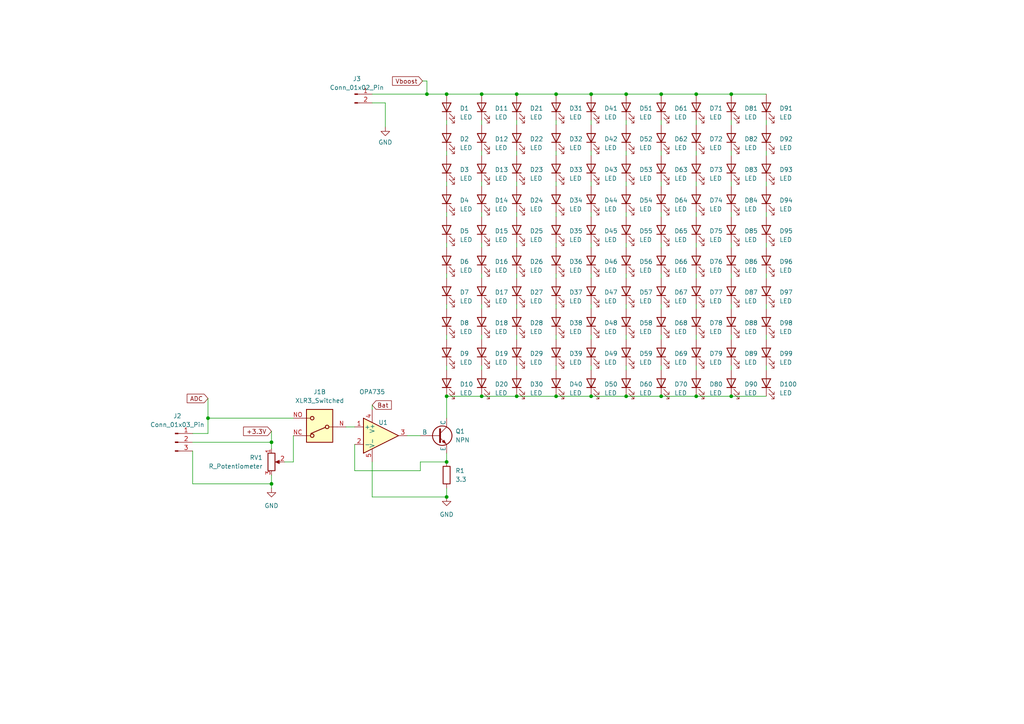
<source format=kicad_sch>
(kicad_sch (version 20230121) (generator eeschema)
  (paper "A4")
  (lib_symbols
    (symbol "Connector:Conn_01x02_Pin" (pin_names (offset 1.016) hide)
      (property "Reference" "J" (at 0 2.54 0))
      (property "Value" "Conn_01x02_Pin" (at 0 -5.08 0))
      (symbol "Conn_01x02_Pin_1_1"
        (polyline (pts (xy 1.27 -2.54) (xy 0.8636 -2.54)) (stroke (width 0.1524)))
        (polyline (pts (xy 1.27 0) (xy 0.8636 0)) (stroke (width 0.1524)))
        (rectangle (start 0.8636 -2.413) (end 0 -2.667) (stroke (width 0.1524)) (fill (type outline)))
        (rectangle (start 0.8636 0.127) (end 0 -0.127) (stroke (width 0.1524)) (fill (type outline)))
        (pin passive line (at 5.08 0 180) (length 3.81) (name "Pin_1") (number "1"))
        (pin passive line (at 5.08 -2.54 180) (length 3.81) (name "Pin_2") (number "2"))
      )
    )
    (symbol "Connector:Conn_01x03_Pin" (pin_names (offset 1.016) hide)
      (property "Reference" "J" (at 0 5.08 0))
      (property "Value" "Conn_01x03_Pin" (at 0 -5.08 0))
      (symbol "Conn_01x03_Pin_1_1"
        (polyline (pts (xy 1.27 -2.54) (xy 0.8636 -2.54)) (stroke (width 0.1524)))
        (polyline (pts (xy 1.27 0) (xy 0.8636 0)) (stroke (width 0.1524)))
        (polyline (pts (xy 1.27 2.54) (xy 0.8636 2.54)) (stroke (width 0.1524)))
        (rectangle (start 0.8636 -2.413) (end 0 -2.667) (stroke (width 0.1524)) (fill (type outline)))
        (rectangle (start 0.8636 0.127) (end 0 -0.127) (stroke (width 0.1524)) (fill (type outline)))
        (rectangle (start 0.8636 2.667) (end 0 2.413) (stroke (width 0.1524)) (fill (type outline)))
        (pin passive line (at 5.08 2.54 180) (length 3.81) (name "Pin_1") (number "1"))
        (pin passive line (at 5.08 0 180) (length 3.81) (name "Pin_2") (number "2"))
        (pin passive line (at 5.08 -2.54 180) (length 3.81) (name "Pin_3") (number "3"))
      )
    )
    (symbol "Connector_Audio:XLR3_Switched" (pin_names hide)
      (property "Reference" "J" (at 0 8.89 0))
      (property "Value" "XLR3_Switched" (at 0 6.35 0))
      (symbol "XLR3_Switched_1_1"
        (circle (center -3.556 0) (radius 1.016))
        (circle (center 0 -3.556) (radius 1.016))
        (polyline (pts (xy -5.08 0) (xy -4.572 0)))
        (polyline (pts (xy 0 -5.08) (xy 0 -4.572)))
        (polyline (pts (xy 5.08 0) (xy 4.572 0)))
        (circle (center 0 0) (radius 5.08) (fill (type background)))
        (circle (center 3.556 0) (radius 1.016))
        (text "1" (at -3.556 1.778 0) (effects (font (size 1.016 1.016) bold)))
        (text "2" (at 3.556 1.778 0) (effects (font (size 1.016 1.016) bold)))
        (text "3" (at 0 -1.778 0) (effects (font (size 1.016 1.016) bold)))
        (pin passive line (at -7.62 0 0) (length 2.54) (name "~") (number "1"))
        (pin passive line (at 7.62 0 180) (length 2.54) (name "~") (number "2"))
        (pin passive line (at 0 -7.62 90) (length 2.54) (name "~") (number "3"))
      )
      (symbol "XLR3_Switched_2_1"
        (rectangle (start -3.81 4.445) (end 3.81 -5.08) (stroke (width 0.254)) (fill (type background)))
        (circle (center -2.159 0) (radius 0.508) (stroke (width 0.254)))
        (polyline (pts (xy -5.08 0) (xy -2.794 0)))
        (polyline (pts (xy -1.651 0.127) (xy 2.54 1.905)) (stroke (width 0.254)))
        (polyline (pts (xy 5.08 -2.54) (xy 2.794 -2.54)))
        (polyline (pts (xy 5.08 2.54) (xy 2.794 2.54)))
        (circle (center 2.159 -2.54) (radius 0.508) (stroke (width 0.254)))
        (circle (center 2.159 2.54) (radius 0.508) (stroke (width 0.254)))
        (pin passive line (at -7.62 0 0) (length 2.54) (name "~") (number "N"))
        (pin passive line (at 7.62 2.54 180) (length 2.54) (name "~") (number "NC"))
        (pin passive line (at 7.62 -2.54 180) (length 2.54) (name "~") (number "NO"))
      )
    )
    (symbol "Device:LED" (pin_numbers hide) (pin_names (offset 1.016) hide)
      (property "Reference" "D" (at 0 2.54 0))
      (property "Value" "LED" (at 0 -2.54 0))
      (symbol "LED_0_1"
        (polyline (pts (xy -1.27 -1.27) (xy -1.27 1.27)) (stroke (width 0.254)))
        (polyline (pts (xy -1.27 0) (xy 1.27 0)))
        (polyline (pts (xy 1.27 -1.27) (xy 1.27 1.27) (xy -1.27 0) (xy 1.27 -1.27)) (stroke (width 0.254)))
        (polyline (pts (xy -3.048 -0.762) (xy -4.572 -2.286) (xy -3.81 -2.286) (xy -4.572 -2.286) (xy -4.572 -1.524)))
        (polyline (pts (xy -1.778 -0.762) (xy -3.302 -2.286) (xy -2.54 -2.286) (xy -3.302 -2.286) (xy -3.302 -1.524)))
      )
      (symbol "LED_1_1"
        (pin passive line (at -3.81 0 0) (length 2.54) (name "K") (number "1"))
        (pin passive line (at 3.81 0 180) (length 2.54) (name "A") (number "2"))
      )
    )
    (symbol "Device:R" (pin_numbers hide) (pin_names (offset 0))
      (property "Reference" "R" (at 2.032 0 90))
      (property "Value" "R" (at 0 0 90))
      (symbol "R_0_1"
        (rectangle (start -1.016 -2.54) (end 1.016 2.54) (stroke (width 0.254)))
      )
      (symbol "R_1_1"
        (pin passive line (at 0 3.81 270) (length 1.27) (name "~") (number "1"))
        (pin passive line (at 0 -3.81 90) (length 1.27) (name "~") (number "2"))
      )
    )
    (symbol "Device:R_Potentiometer" (pin_names (offset 1.016) hide)
      (property "Reference" "RV" (at -4.445 0 90))
      (property "Value" "R_Potentiometer" (at -2.54 0 90))
      (symbol "R_Potentiometer_0_1"
        (polyline (pts (xy 2.54 0) (xy 1.524 0)))
        (polyline (pts (xy 1.143 0) (xy 2.286 0.508) (xy 2.286 -0.508) (xy 1.143 0)) (fill (type outline)))
        (rectangle (start 1.016 2.54) (end -1.016 -2.54) (stroke (width 0.254)))
      )
      (symbol "R_Potentiometer_1_1"
        (pin passive line (at 0 3.81 270) (length 1.27) (name "1") (number "1"))
        (pin passive line (at 3.81 0 180) (length 1.27) (name "2") (number "2"))
        (pin passive line (at 0 -3.81 90) (length 1.27) (name "3") (number "3"))
      )
    )
    (symbol "Simulation_SPICE:NPN" (pin_numbers hide) (pin_names (offset 0))
      (property "Reference" "Q" (at -2.54 7.62 0))
      (property "Value" "NPN" (at -2.54 5.08 0))
      (symbol "NPN_0_1"
        (polyline (pts (xy -2.54 0) (xy 0.635 0)) (stroke (width 0.1524)))
        (polyline (pts (xy 0.635 0.635) (xy 2.54 2.54)))
        (polyline (pts (xy 2.794 -1.27) (xy 2.794 -1.27)) (stroke (width 0.1524)))
        (polyline (pts (xy 2.794 -1.27) (xy 2.794 -1.27)) (stroke (width 0.1524)))
        (polyline (pts (xy 0.635 -0.635) (xy 2.54 -2.54) (xy 2.54 -2.54)))
        (polyline (pts (xy 0.635 1.905) (xy 0.635 -1.905) (xy 0.635 -1.905)) (stroke (width 0.508)))
        (polyline (pts (xy 1.27 -1.778) (xy 1.778 -1.27) (xy 2.286 -2.286) (xy 1.27 -1.778) (xy 1.27 -1.778)) (fill (type outline)))
        (circle (center 1.27 0) (radius 2.8194) (stroke (width 0.254)))
      )
      (symbol "NPN_1_1"
        (pin open_collector line (at 2.54 5.08 270) (length 2.54) (name "C") (number "1"))
        (pin input line (at -5.08 0 0) (length 2.54) (name "B") (number "2"))
        (pin open_emitter line (at 2.54 -5.08 90) (length 2.54) (name "E") (number "3"))
      )
    )
    (symbol "Simulation_SPICE:OPAMP" (pin_names (offset 0.254))
      (property "Reference" "U" (at 3.81 3.175 0))
      (property "Value" "${SIM.PARAMS}" (at 3.81 -3.175 0))
      (symbol "OPAMP_0_1"
        (polyline (pts (xy 5.08 0) (xy -5.08 5.08) (xy -5.08 -5.08) (xy 5.08 0)) (stroke (width 0.254)) (fill (type background)))
      )
      (symbol "OPAMP_1_1"
        (pin input line (at -7.62 2.54 0) (length 2.54) (name "+") (number "1"))
        (pin input line (at -7.62 -2.54 0) (length 2.54) (name "-") (number "2"))
        (pin output line (at 7.62 0 180) (length 2.54) (name "~") (number "3"))
        (pin power_in line (at -2.54 7.62 270) (length 3.81) (name "V+") (number "4"))
        (pin power_in line (at -2.54 -7.62 90) (length 3.81) (name "V-") (number "5"))
      )
    )
    (symbol "power:GND" (power) (pin_names (offset 0))
      (property "Value" "GND" (at 0 -3.81 0))
      (symbol "GND_0_1"
        (polyline (pts (xy 0 0) (xy 0 -1.27) (xy 1.27 -1.27) (xy 0 -2.54) (xy -1.27 -1.27) (xy 0 -1.27)))
      )
      (symbol "GND_1_1"
        (pin power_in line (at 0 0 270) (length 0) hide (name "GND") (number "1"))
      )
    )
  )
  (junction (at 181.61 27.305))
  (junction (at 149.86 27.305))
  (junction (at 201.93 27.305))
  (junction (at 161.29 114.935))
  (junction (at 129.54 133.985))
  (junction (at 123.825 27.305))
  (junction (at 78.74 128.27))
  (junction (at 171.45 114.935))
  (junction (at 139.7 114.935))
  (junction (at 129.54 144.145))
  (junction (at 78.74 140.335))
  (junction (at 129.54 27.305))
  (junction (at 129.54 114.935))
  (junction (at 139.7 27.305))
  (junction (at 149.86 114.935))
  (junction (at 191.77 114.935))
  (junction (at 181.61 114.935))
  (junction (at 201.93 114.935))
  (junction (at 171.45 27.305))
  (junction (at 60.325 121.285))
  (junction (at 212.09 27.305))
  (junction (at 191.77 27.305))
  (junction (at 161.29 27.305))
  (junction (at 212.09 114.935))
  (wire (pts (xy 129.54 43.815) (xy 129.54 45.085)))
  (wire (pts (xy 171.45 97.155) (xy 171.45 98.425)))
  (wire (pts (xy 149.86 106.045) (xy 149.86 107.315)))
  (wire (pts (xy 139.7 52.705) (xy 139.7 53.975)))
  (wire (pts (xy 212.09 43.815) (xy 212.09 45.085)))
  (wire (pts (xy 181.61 97.155) (xy 181.61 98.425)))
  (wire (pts (xy 201.93 97.155) (xy 201.93 98.425)))
  (wire (pts (xy 212.09 61.595) (xy 212.09 62.865)))
  (wire (pts (xy 222.25 97.155) (xy 222.25 98.425)))
  (wire (pts (xy 212.09 114.935) (xy 201.93 114.935)))
  (wire (pts (xy 139.7 88.265) (xy 139.7 89.535)))
  (wire (pts (xy 161.29 70.485) (xy 161.29 71.755)))
  (wire (pts (xy 149.86 43.815) (xy 149.86 45.085)))
  (wire (pts (xy 171.45 61.595) (xy 171.45 62.865)))
  (wire (pts (xy 85.09 126.365) (xy 85.09 133.985)))
  (wire (pts (xy 201.93 61.595) (xy 201.93 62.865)))
  (wire (pts (xy 161.29 88.265) (xy 161.29 89.535)))
  (wire (pts (xy 161.29 43.815) (xy 161.29 45.085)))
  (wire (pts (xy 55.88 128.27) (xy 78.74 128.27)))
  (wire (pts (xy 55.88 140.335) (xy 78.74 140.335)))
  (wire (pts (xy 181.61 61.595) (xy 181.61 62.865)))
  (wire (pts (xy 201.93 27.305) (xy 212.09 27.305)))
  (wire (pts (xy 201.93 43.815) (xy 201.93 45.085)))
  (wire (pts (xy 149.86 97.155) (xy 149.86 98.425)))
  (wire (pts (xy 171.45 52.705) (xy 171.45 53.975)))
  (wire (pts (xy 222.25 79.375) (xy 222.25 80.645)))
  (wire (pts (xy 139.7 114.935) (xy 129.54 114.935)))
  (wire (pts (xy 161.29 114.935) (xy 149.86 114.935)))
  (wire (pts (xy 107.95 117.475) (xy 107.95 118.745)))
  (wire (pts (xy 123.825 27.305) (xy 129.54 27.305)))
  (wire (pts (xy 121.92 136.525) (xy 121.92 133.985)))
  (wire (pts (xy 129.54 141.605) (xy 129.54 144.145)))
  (wire (pts (xy 139.7 79.375) (xy 139.7 80.645)))
  (wire (pts (xy 191.77 27.305) (xy 201.93 27.305)))
  (wire (pts (xy 181.61 34.925) (xy 181.61 36.195)))
  (wire (pts (xy 222.25 70.485) (xy 222.25 71.755)))
  (wire (pts (xy 111.76 36.83) (xy 111.76 29.845)))
  (wire (pts (xy 107.95 133.985) (xy 107.95 144.145)))
  (wire (pts (xy 129.54 79.375) (xy 129.54 80.645)))
  (wire (pts (xy 161.29 61.595) (xy 161.29 62.865)))
  (wire (pts (xy 161.29 52.705) (xy 161.29 53.975)))
  (wire (pts (xy 149.86 52.705) (xy 149.86 53.975)))
  (wire (pts (xy 78.74 125.095) (xy 78.74 128.27)))
  (wire (pts (xy 139.7 97.155) (xy 139.7 98.425)))
  (wire (pts (xy 111.76 29.845) (xy 107.95 29.845)))
  (wire (pts (xy 201.93 114.935) (xy 191.77 114.935)))
  (wire (pts (xy 149.86 27.305) (xy 161.29 27.305)))
  (wire (pts (xy 161.29 106.045) (xy 161.29 107.315)))
  (wire (pts (xy 78.74 137.795) (xy 78.74 140.335)))
  (wire (pts (xy 191.77 43.815) (xy 191.77 45.085)))
  (wire (pts (xy 171.45 79.375) (xy 171.45 80.645)))
  (wire (pts (xy 129.54 52.705) (xy 129.54 53.975)))
  (wire (pts (xy 212.09 34.925) (xy 212.09 36.195)))
  (wire (pts (xy 129.54 34.925) (xy 129.54 36.195)))
  (wire (pts (xy 149.86 79.375) (xy 149.86 80.645)))
  (wire (pts (xy 181.61 114.935) (xy 171.45 114.935)))
  (wire (pts (xy 201.93 79.375) (xy 201.93 80.645)))
  (wire (pts (xy 181.61 79.375) (xy 181.61 80.645)))
  (wire (pts (xy 191.77 88.265) (xy 191.77 89.535)))
  (wire (pts (xy 201.93 52.705) (xy 201.93 53.975)))
  (wire (pts (xy 191.77 70.485) (xy 191.77 71.755)))
  (wire (pts (xy 161.29 27.305) (xy 171.45 27.305)))
  (wire (pts (xy 149.86 61.595) (xy 149.86 62.865)))
  (wire (pts (xy 55.88 130.81) (xy 55.88 140.335)))
  (wire (pts (xy 222.25 52.705) (xy 222.25 53.975)))
  (wire (pts (xy 191.77 97.155) (xy 191.77 98.425)))
  (wire (pts (xy 191.77 52.705) (xy 191.77 53.975)))
  (wire (pts (xy 181.61 43.815) (xy 181.61 45.085)))
  (wire (pts (xy 181.61 88.265) (xy 181.61 89.535)))
  (wire (pts (xy 212.09 106.045) (xy 212.09 107.315)))
  (wire (pts (xy 191.77 114.935) (xy 181.61 114.935)))
  (wire (pts (xy 181.61 70.485) (xy 181.61 71.755)))
  (wire (pts (xy 222.25 43.815) (xy 222.25 45.085)))
  (wire (pts (xy 191.77 79.375) (xy 191.77 80.645)))
  (wire (pts (xy 129.54 114.935) (xy 129.54 121.285)))
  (wire (pts (xy 191.77 61.595) (xy 191.77 62.865)))
  (wire (pts (xy 129.54 88.265) (xy 129.54 89.535)))
  (wire (pts (xy 107.95 144.145) (xy 129.54 144.145)))
  (wire (pts (xy 123.825 23.495) (xy 123.825 27.305)))
  (wire (pts (xy 171.45 106.045) (xy 171.45 107.315)))
  (wire (pts (xy 171.45 88.265) (xy 171.45 89.535)))
  (wire (pts (xy 129.54 97.155) (xy 129.54 98.425)))
  (wire (pts (xy 171.45 43.815) (xy 171.45 45.085)))
  (wire (pts (xy 78.74 128.27) (xy 78.74 130.175)))
  (wire (pts (xy 171.45 114.935) (xy 161.29 114.935)))
  (wire (pts (xy 191.77 106.045) (xy 191.77 107.315)))
  (wire (pts (xy 129.54 131.445) (xy 129.54 133.985)))
  (wire (pts (xy 149.86 70.485) (xy 149.86 71.755)))
  (wire (pts (xy 161.29 97.155) (xy 161.29 98.425)))
  (wire (pts (xy 212.09 27.305) (xy 222.25 27.305)))
  (wire (pts (xy 201.93 106.045) (xy 201.93 107.315)))
  (wire (pts (xy 60.325 115.57) (xy 60.325 121.285)))
  (wire (pts (xy 222.25 88.265) (xy 222.25 89.535)))
  (wire (pts (xy 118.11 126.365) (xy 121.92 126.365)))
  (wire (pts (xy 212.09 52.705) (xy 212.09 53.975)))
  (wire (pts (xy 171.45 27.305) (xy 181.61 27.305)))
  (wire (pts (xy 222.25 114.935) (xy 212.09 114.935)))
  (wire (pts (xy 139.7 106.045) (xy 139.7 107.315)))
  (wire (pts (xy 191.77 34.925) (xy 191.77 36.195)))
  (wire (pts (xy 149.86 34.925) (xy 149.86 36.195)))
  (wire (pts (xy 149.86 114.935) (xy 139.7 114.935)))
  (wire (pts (xy 171.45 70.485) (xy 171.45 71.755)))
  (wire (pts (xy 139.7 43.815) (xy 139.7 45.085)))
  (wire (pts (xy 161.29 34.925) (xy 161.29 36.195)))
  (wire (pts (xy 122.555 23.495) (xy 123.825 23.495)))
  (wire (pts (xy 139.7 70.485) (xy 139.7 71.755)))
  (wire (pts (xy 78.74 140.335) (xy 78.74 141.605)))
  (wire (pts (xy 212.09 97.155) (xy 212.09 98.425)))
  (wire (pts (xy 171.45 34.925) (xy 171.45 36.195)))
  (wire (pts (xy 60.325 121.285) (xy 85.09 121.285)))
  (wire (pts (xy 222.25 106.045) (xy 222.25 107.315)))
  (wire (pts (xy 139.7 61.595) (xy 139.7 62.865)))
  (wire (pts (xy 121.92 133.985) (xy 129.54 133.985)))
  (wire (pts (xy 161.29 79.375) (xy 161.29 80.645)))
  (wire (pts (xy 181.61 106.045) (xy 181.61 107.315)))
  (wire (pts (xy 201.93 88.265) (xy 201.93 89.535)))
  (wire (pts (xy 107.95 27.305) (xy 123.825 27.305)))
  (wire (pts (xy 139.7 27.305) (xy 149.86 27.305)))
  (wire (pts (xy 212.09 70.485) (xy 212.09 71.755)))
  (wire (pts (xy 129.54 61.595) (xy 129.54 62.865)))
  (wire (pts (xy 222.25 61.595) (xy 222.25 62.865)))
  (wire (pts (xy 129.54 70.485) (xy 129.54 71.755)))
  (wire (pts (xy 149.86 88.265) (xy 149.86 89.535)))
  (wire (pts (xy 212.09 88.265) (xy 212.09 89.535)))
  (wire (pts (xy 55.88 125.73) (xy 60.325 125.73)))
  (wire (pts (xy 85.09 133.985) (xy 82.55 133.985)))
  (wire (pts (xy 100.33 123.825) (xy 102.87 123.825)))
  (wire (pts (xy 222.25 34.925) (xy 222.25 36.195)))
  (wire (pts (xy 102.87 136.525) (xy 121.92 136.525)))
  (wire (pts (xy 102.87 128.905) (xy 102.87 136.525)))
  (wire (pts (xy 181.61 27.305) (xy 191.77 27.305)))
  (wire (pts (xy 201.93 70.485) (xy 201.93 71.755)))
  (wire (pts (xy 60.325 125.73) (xy 60.325 121.285)))
  (wire (pts (xy 129.54 106.045) (xy 129.54 107.315)))
  (wire (pts (xy 212.09 79.375) (xy 212.09 80.645)))
  (wire (pts (xy 181.61 52.705) (xy 181.61 53.975)))
  (wire (pts (xy 129.54 27.305) (xy 139.7 27.305)))
  (wire (pts (xy 201.93 34.925) (xy 201.93 36.195)))
  (wire (pts (xy 139.7 34.925) (xy 139.7 36.195)))
  (global_label "+3.3V" (shape input) (at 78.74 125.095 180) (property "Intersheetrefs" "${INTERSHEET_REFS}" (effects hide)))
  (global_label "Bat" (shape input) (at 107.95 117.475 0) (property "Intersheetrefs" "${INTERSHEET_REFS}" (effects hide)))
  (global_label "Vboost" (shape input) (at 122.555 23.495 180) (property "Intersheetrefs" "${INTERSHEET_REFS}" (effects hide)))
  (global_label "ADC" (shape input) (at 60.325 115.57 180) (property "Intersheetrefs" "${INTERSHEET_REFS}" (effects hide)))
  (symbol (lib_id "Device:LED") (at 181.61 66.675 90) (unit 1)
    (property "Reference" "D55" (at 185.42 66.9925 90) (effects (justify right)))
    (property "Value" "LED" (at 185.42 69.5325 90) (effects (justify right)))
    (property "Footprint" "LED_THT:LED_Rectangular_W5.0mm_H2.0mm_Horizontal_O3.81mm_Z3.0mm" (effects hide))
  )
  (symbol (lib_id "Device:LED") (at 191.77 102.235 90) (unit 1)
    (property "Reference" "D69" (at 195.58 102.5525 90) (effects (justify right)))
    (property "Value" "LED" (at 195.58 105.0925 90) (effects (justify right)))
    (property "Footprint" "LED_THT:LED_Rectangular_W5.0mm_H2.0mm_Horizontal_O3.81mm_Z3.0mm" (effects hide))
  )
  (symbol (lib_id "Device:LED") (at 139.7 57.785 90) (unit 1)
    (property "Reference" "D14" (at 143.51 58.1025 90) (effects (justify right)))
    (property "Value" "LED" (at 143.51 60.6425 90) (effects (justify right)))
    (property "Footprint" "LED_THT:LED_Rectangular_W5.0mm_H2.0mm_Horizontal_O3.81mm_Z3.0mm" (effects hide))
  )
  (symbol (lib_id "Device:LED") (at 191.77 75.565 90) (unit 1)
    (property "Reference" "D66" (at 195.58 75.8825 90) (effects (justify right)))
    (property "Value" "LED" (at 195.58 78.4225 90) (effects (justify right)))
    (property "Footprint" "LED_THT:LED_Rectangular_W5.0mm_H2.0mm_Horizontal_O3.81mm_Z3.0mm" (effects hide))
  )
  (symbol (lib_id "Device:LED") (at 222.25 93.345 90) (unit 1)
    (property "Reference" "D98" (at 226.06 93.6625 90) (effects (justify right)))
    (property "Value" "LED" (at 226.06 96.2025 90) (effects (justify right)))
    (property "Footprint" "LED_THT:LED_Rectangular_W5.0mm_H2.0mm_Horizontal_O3.81mm_Z3.0mm" (effects hide))
  )
  (symbol (lib_id "Device:LED") (at 181.61 84.455 90) (unit 1)
    (property "Reference" "D57" (at 185.42 84.7725 90) (effects (justify right)))
    (property "Value" "LED" (at 185.42 87.3125 90) (effects (justify right)))
    (property "Footprint" "LED_THT:LED_Rectangular_W5.0mm_H2.0mm_Horizontal_O3.81mm_Z3.0mm" (effects hide))
  )
  (symbol (lib_id "Device:LED") (at 171.45 66.675 90) (unit 1)
    (property "Reference" "D45" (at 175.26 66.9925 90) (effects (justify right)))
    (property "Value" "LED" (at 175.26 69.5325 90) (effects (justify right)))
    (property "Footprint" "LED_THT:LED_Rectangular_W5.0mm_H2.0mm_Horizontal_O3.81mm_Z3.0mm" (effects hide))
  )
  (symbol (lib_id "Device:LED") (at 139.7 102.235 90) (unit 1)
    (property "Reference" "D19" (at 143.51 102.5525 90) (effects (justify right)))
    (property "Value" "LED" (at 143.51 105.0925 90) (effects (justify right)))
    (property "Footprint" "LED_THT:LED_Rectangular_W5.0mm_H2.0mm_Horizontal_O3.81mm_Z3.0mm" (effects hide))
  )
  (symbol (lib_id "Simulation_SPICE:OPAMP") (at 110.49 126.365 0) (unit 1)
    (property "Reference" "U1" (at 111.125 122.555 0))
    (property "Value" "OPA735" (at 107.95 113.665 0))
    (property "Footprint" "Package_TO_SOT_SMD:TSOT-23-5_HandSoldering" (effects hide))
    (property "Sim.Pins" "1=1 2=2 3=3 4=4 5=5" (effects hide))
    (property "Sim.Device" "SPICE" (effects hide))
    (property "Sim.Params" "type=\"X\" model=\"OPAMP\" lib=\"\"" (effects hide))
  )
  (symbol (lib_id "Device:LED") (at 129.54 75.565 90) (unit 1)
    (property "Reference" "D6" (at 133.35 75.8825 90) (effects (justify right)))
    (property "Value" "LED" (at 133.35 78.4225 90) (effects (justify right)))
    (property "Footprint" "LED_THT:LED_Rectangular_W5.0mm_H2.0mm_Horizontal_O3.81mm_Z3.0mm" (effects hide))
  )
  (symbol (lib_id "Device:LED") (at 171.45 84.455 90) (unit 1)
    (property "Reference" "D47" (at 175.26 84.7725 90) (effects (justify right)))
    (property "Value" "LED" (at 175.26 87.3125 90) (effects (justify right)))
    (property "Footprint" "LED_THT:LED_Rectangular_W5.0mm_H2.0mm_Horizontal_O3.81mm_Z3.0mm" (effects hide))
  )
  (symbol (lib_id "Device:LED") (at 191.77 84.455 90) (unit 1)
    (property "Reference" "D67" (at 195.58 84.7725 90) (effects (justify right)))
    (property "Value" "LED" (at 195.58 87.3125 90) (effects (justify right)))
    (property "Footprint" "LED_THT:LED_Rectangular_W5.0mm_H2.0mm_Horizontal_O3.81mm_Z3.0mm" (effects hide))
  )
  (symbol (lib_id "Device:LED") (at 161.29 48.895 90) (unit 1)
    (property "Reference" "D33" (at 165.1 49.2125 90) (effects (justify right)))
    (property "Value" "LED" (at 165.1 51.7525 90) (effects (justify right)))
    (property "Footprint" "LED_THT:LED_Rectangular_W5.0mm_H2.0mm_Horizontal_O3.81mm_Z3.0mm" (effects hide))
  )
  (symbol (lib_id "Device:LED") (at 171.45 31.115 90) (unit 1)
    (property "Reference" "D41" (at 175.26 31.4325 90) (effects (justify right)))
    (property "Value" "LED" (at 175.26 33.9725 90) (effects (justify right)))
    (property "Footprint" "LED_THT:LED_Rectangular_W5.0mm_H2.0mm_Horizontal_O3.81mm_Z3.0mm" (effects hide))
  )
  (symbol (lib_id "Device:LED") (at 139.7 75.565 90) (unit 1)
    (property "Reference" "D16" (at 143.51 75.8825 90) (effects (justify right)))
    (property "Value" "LED" (at 143.51 78.4225 90) (effects (justify right)))
    (property "Footprint" "LED_THT:LED_Rectangular_W5.0mm_H2.0mm_Horizontal_O3.81mm_Z3.0mm" (effects hide))
  )
  (symbol (lib_id "Device:LED") (at 139.7 111.125 90) (unit 1)
    (property "Reference" "D20" (at 143.51 111.4425 90) (effects (justify right)))
    (property "Value" "LED" (at 143.51 113.9825 90) (effects (justify right)))
    (property "Footprint" "LED_THT:LED_Rectangular_W5.0mm_H2.0mm_Horizontal_O3.81mm_Z3.0mm" (effects hide))
  )
  (symbol (lib_id "Device:LED") (at 222.25 40.005 90) (unit 1)
    (property "Reference" "D92" (at 226.06 40.3225 90) (effects (justify right)))
    (property "Value" "LED" (at 226.06 42.8625 90) (effects (justify right)))
    (property "Footprint" "LED_THT:LED_Rectangular_W5.0mm_H2.0mm_Horizontal_O3.81mm_Z3.0mm" (effects hide))
  )
  (symbol (lib_id "power:GND") (at 78.74 141.605 0) (unit 1)
    (property "Reference" "#PWR01" (effects hide))
    (property "Value" "GND" (at 78.74 146.685 0))
  )
  (symbol (lib_id "Device:LED") (at 222.25 31.115 90) (unit 1)
    (property "Reference" "D91" (at 226.06 31.4325 90) (effects (justify right)))
    (property "Value" "LED" (at 226.06 33.9725 90) (effects (justify right)))
    (property "Footprint" "LED_THT:LED_Rectangular_W5.0mm_H2.0mm_Horizontal_O3.81mm_Z3.0mm" (effects hide))
  )
  (symbol (lib_id "Device:LED") (at 161.29 93.345 90) (unit 1)
    (property "Reference" "D38" (at 165.1 93.6625 90) (effects (justify right)))
    (property "Value" "LED" (at 165.1 96.2025 90) (effects (justify right)))
    (property "Footprint" "LED_THT:LED_Rectangular_W5.0mm_H2.0mm_Horizontal_O3.81mm_Z3.0mm" (effects hide))
  )
  (symbol (lib_id "Device:LED") (at 212.09 57.785 90) (unit 1)
    (property "Reference" "D84" (at 215.9 58.1025 90) (effects (justify right)))
    (property "Value" "LED" (at 215.9 60.6425 90) (effects (justify right)))
    (property "Footprint" "LED_THT:LED_Rectangular_W5.0mm_H2.0mm_Horizontal_O3.81mm_Z3.0mm" (effects hide))
  )
  (symbol (lib_id "Device:LED") (at 191.77 48.895 90) (unit 1)
    (property "Reference" "D63" (at 195.58 49.2125 90) (effects (justify right)))
    (property "Value" "LED" (at 195.58 51.7525 90) (effects (justify right)))
    (property "Footprint" "LED_THT:LED_Rectangular_W5.0mm_H2.0mm_Horizontal_O3.81mm_Z3.0mm" (effects hide))
  )
  (symbol (lib_id "Device:LED") (at 212.09 66.675 90) (unit 1)
    (property "Reference" "D85" (at 215.9 66.9925 90) (effects (justify right)))
    (property "Value" "LED" (at 215.9 69.5325 90) (effects (justify right)))
    (property "Footprint" "LED_THT:LED_Rectangular_W5.0mm_H2.0mm_Horizontal_O3.81mm_Z3.0mm" (effects hide))
  )
  (symbol (lib_id "Device:LED") (at 201.93 111.125 90) (unit 1)
    (property "Reference" "D80" (at 205.74 111.4425 90) (effects (justify right)))
    (property "Value" "LED" (at 205.74 113.9825 90) (effects (justify right)))
    (property "Footprint" "LED_THT:LED_Rectangular_W5.0mm_H2.0mm_Horizontal_O3.81mm_Z3.0mm" (effects hide))
  )
  (symbol (lib_id "power:GND") (at 129.54 144.145 0) (unit 1)
    (property "Reference" "#PWR02" (effects hide))
    (property "Value" "GND" (at 129.54 149.225 0))
  )
  (symbol (lib_id "Device:LED") (at 201.93 84.455 90) (unit 1)
    (property "Reference" "D77" (at 205.74 84.7725 90) (effects (justify right)))
    (property "Value" "LED" (at 205.74 87.3125 90) (effects (justify right)))
    (property "Footprint" "LED_THT:LED_Rectangular_W5.0mm_H2.0mm_Horizontal_O3.81mm_Z3.0mm" (effects hide))
  )
  (symbol (lib_id "Device:LED") (at 212.09 111.125 90) (unit 1)
    (property "Reference" "D90" (at 215.9 111.4425 90) (effects (justify right)))
    (property "Value" "LED" (at 215.9 113.9825 90) (effects (justify right)))
    (property "Footprint" "LED_THT:LED_Rectangular_W5.0mm_H2.0mm_Horizontal_O3.81mm_Z3.0mm" (effects hide))
  )
  (symbol (lib_id "Device:LED") (at 212.09 93.345 90) (unit 1)
    (property "Reference" "D88" (at 215.9 93.6625 90) (effects (justify right)))
    (property "Value" "LED" (at 215.9 96.2025 90) (effects (justify right)))
    (property "Footprint" "LED_THT:LED_Rectangular_W5.0mm_H2.0mm_Horizontal_O3.81mm_Z3.0mm" (effects hide))
  )
  (symbol (lib_id "Device:LED") (at 212.09 48.895 90) (unit 1)
    (property "Reference" "D83" (at 215.9 49.2125 90) (effects (justify right)))
    (property "Value" "LED" (at 215.9 51.7525 90) (effects (justify right)))
    (property "Footprint" "LED_THT:LED_Rectangular_W5.0mm_H2.0mm_Horizontal_O3.81mm_Z3.0mm" (effects hide))
  )
  (symbol (lib_id "Device:LED") (at 149.86 57.785 90) (unit 1)
    (property "Reference" "D24" (at 153.67 58.1025 90) (effects (justify right)))
    (property "Value" "LED" (at 153.67 60.6425 90) (effects (justify right)))
    (property "Footprint" "LED_THT:LED_Rectangular_W5.0mm_H2.0mm_Horizontal_O3.81mm_Z3.0mm" (effects hide))
  )
  (symbol (lib_id "power:GND") (at 111.76 36.83 0) (unit 1)
    (property "Reference" "#PWR03" (effects hide))
    (property "Value" "GND" (at 111.76 41.275 0))
  )
  (symbol (lib_id "Device:LED") (at 181.61 48.895 90) (unit 1)
    (property "Reference" "D53" (at 185.42 49.2125 90) (effects (justify right)))
    (property "Value" "LED" (at 185.42 51.7525 90) (effects (justify right)))
    (property "Footprint" "LED_THT:LED_Rectangular_W5.0mm_H2.0mm_Horizontal_O3.81mm_Z3.0mm" (effects hide))
  )
  (symbol (lib_id "Device:LED") (at 201.93 102.235 90) (unit 1)
    (property "Reference" "D79" (at 205.74 102.5525 90) (effects (justify right)))
    (property "Value" "LED" (at 205.74 105.0925 90) (effects (justify right)))
    (property "Footprint" "LED_THT:LED_Rectangular_W5.0mm_H2.0mm_Horizontal_O3.81mm_Z3.0mm" (effects hide))
  )
  (symbol (lib_id "Device:LED") (at 181.61 75.565 90) (unit 1)
    (property "Reference" "D56" (at 185.42 75.8825 90) (effects (justify right)))
    (property "Value" "LED" (at 185.42 78.4225 90) (effects (justify right)))
    (property "Footprint" "LED_THT:LED_Rectangular_W5.0mm_H2.0mm_Horizontal_O3.81mm_Z3.0mm" (effects hide))
  )
  (symbol (lib_id "Device:LED") (at 161.29 75.565 90) (unit 1)
    (property "Reference" "D36" (at 165.1 75.8825 90) (effects (justify right)))
    (property "Value" "LED" (at 165.1 78.4225 90) (effects (justify right)))
    (property "Footprint" "LED_THT:LED_Rectangular_W5.0mm_H2.0mm_Horizontal_O3.81mm_Z3.0mm" (effects hide))
  )
  (symbol (lib_id "Device:LED") (at 149.86 93.345 90) (unit 1)
    (property "Reference" "D28" (at 153.67 93.6625 90) (effects (justify right)))
    (property "Value" "LED" (at 153.67 96.2025 90) (effects (justify right)))
    (property "Footprint" "LED_THT:LED_Rectangular_W5.0mm_H2.0mm_Horizontal_O3.81mm_Z3.0mm" (effects hide))
  )
  (symbol (lib_id "Device:LED") (at 212.09 84.455 90) (unit 1)
    (property "Reference" "D87" (at 215.9 84.7725 90) (effects (justify right)))
    (property "Value" "LED" (at 215.9 87.3125 90) (effects (justify right)))
    (property "Footprint" "LED_THT:LED_Rectangular_W5.0mm_H2.0mm_Horizontal_O3.81mm_Z3.0mm" (effects hide))
  )
  (symbol (lib_id "Simulation_SPICE:NPN") (at 127 126.365 0) (unit 1)
    (property "Reference" "Q1" (at 132.08 125.095 0) (effects (justify left)))
    (property "Value" "NPN" (at 132.08 127.635 0) (effects (justify left)))
    (property "Footprint" "Package_TO_SOT_SMD:SOT-223" (effects hide))
    (property "Sim.Device" "NPN" (effects hide))
    (property "Sim.Type" "GUMMELPOON" (effects hide))
    (property "Sim.Pins" "1=C 2=B 3=E" (effects hide))
  )
  (symbol (lib_id "Device:LED") (at 129.54 93.345 90) (unit 1)
    (property "Reference" "D8" (at 133.35 93.6625 90) (effects (justify right)))
    (property "Value" "LED" (at 133.35 96.2025 90) (effects (justify right)))
    (property "Footprint" "LED_THT:LED_Rectangular_W5.0mm_H2.0mm_Horizontal_O3.81mm_Z3.0mm" (effects hide))
  )
  (symbol (lib_id "Device:LED") (at 149.86 48.895 90) (unit 1)
    (property "Reference" "D23" (at 153.67 49.2125 90) (effects (justify right)))
    (property "Value" "LED" (at 153.67 51.7525 90) (effects (justify right)))
    (property "Footprint" "LED_THT:LED_Rectangular_W5.0mm_H2.0mm_Horizontal_O3.81mm_Z3.0mm" (effects hide))
  )
  (symbol (lib_id "Device:LED") (at 181.61 93.345 90) (unit 1)
    (property "Reference" "D58" (at 185.42 93.6625 90) (effects (justify right)))
    (property "Value" "LED" (at 185.42 96.2025 90) (effects (justify right)))
    (property "Footprint" "LED_THT:LED_Rectangular_W5.0mm_H2.0mm_Horizontal_O3.81mm_Z3.0mm" (effects hide))
  )
  (symbol (lib_id "Device:LED") (at 171.45 93.345 90) (unit 1)
    (property "Reference" "D48" (at 175.26 93.6625 90) (effects (justify right)))
    (property "Value" "LED" (at 175.26 96.2025 90) (effects (justify right)))
    (property "Footprint" "LED_THT:LED_Rectangular_W5.0mm_H2.0mm_Horizontal_O3.81mm_Z3.0mm" (effects hide))
  )
  (symbol (lib_id "Device:LED") (at 129.54 84.455 90) (unit 1)
    (property "Reference" "D7" (at 133.35 84.7725 90) (effects (justify right)))
    (property "Value" "LED" (at 133.35 87.3125 90) (effects (justify right)))
    (property "Footprint" "LED_THT:LED_Rectangular_W5.0mm_H2.0mm_Horizontal_O3.81mm_Z3.0mm" (effects hide))
  )
  (symbol (lib_id "Device:LED") (at 139.7 31.115 90) (unit 1)
    (property "Reference" "D11" (at 143.51 31.4325 90) (effects (justify right)))
    (property "Value" "LED" (at 143.51 33.9725 90) (effects (justify right)))
    (property "Footprint" "LED_THT:LED_Rectangular_W5.0mm_H2.0mm_Horizontal_O3.81mm_Z3.0mm" (effects hide))
  )
  (symbol (lib_id "Device:LED") (at 222.25 57.785 90) (unit 1)
    (property "Reference" "D94" (at 226.06 58.1025 90) (effects (justify right)))
    (property "Value" "LED" (at 226.06 60.6425 90) (effects (justify right)))
    (property "Footprint" "LED_THT:LED_Rectangular_W5.0mm_H2.0mm_Horizontal_O3.81mm_Z3.0mm" (effects hide))
  )
  (symbol (lib_id "Device:LED") (at 171.45 75.565 90) (unit 1)
    (property "Reference" "D46" (at 175.26 75.8825 90) (effects (justify right)))
    (property "Value" "LED" (at 175.26 78.4225 90) (effects (justify right)))
    (property "Footprint" "LED_THT:LED_Rectangular_W5.0mm_H2.0mm_Horizontal_O3.81mm_Z3.0mm" (effects hide))
  )
  (symbol (lib_id "Device:LED") (at 201.93 93.345 90) (unit 1)
    (property "Reference" "D78" (at 205.74 93.6625 90) (effects (justify right)))
    (property "Value" "LED" (at 205.74 96.2025 90) (effects (justify right)))
    (property "Footprint" "LED_THT:LED_Rectangular_W5.0mm_H2.0mm_Horizontal_O3.81mm_Z3.0mm" (effects hide))
  )
  (symbol (lib_id "Device:LED") (at 129.54 57.785 90) (unit 1)
    (property "Reference" "D4" (at 133.35 58.1025 90) (effects (justify right)))
    (property "Value" "LED" (at 133.35 60.6425 90) (effects (justify right)))
    (property "Footprint" "LED_THT:LED_Rectangular_W5.0mm_H2.0mm_Horizontal_O3.81mm_Z3.0mm" (effects hide))
  )
  (symbol (lib_id "Device:LED") (at 161.29 57.785 90) (unit 1)
    (property "Reference" "D34" (at 165.1 58.1025 90) (effects (justify right)))
    (property "Value" "LED" (at 165.1 60.6425 90) (effects (justify right)))
    (property "Footprint" "LED_THT:LED_Rectangular_W5.0mm_H2.0mm_Horizontal_O3.81mm_Z3.0mm" (effects hide))
  )
  (symbol (lib_id "Device:LED") (at 161.29 84.455 90) (unit 1)
    (property "Reference" "D37" (at 165.1 84.7725 90) (effects (justify right)))
    (property "Value" "LED" (at 165.1 87.3125 90) (effects (justify right)))
    (property "Footprint" "LED_THT:LED_Rectangular_W5.0mm_H2.0mm_Horizontal_O3.81mm_Z3.0mm" (effects hide))
  )
  (symbol (lib_id "Device:LED") (at 191.77 93.345 90) (unit 1)
    (property "Reference" "D68" (at 195.58 93.6625 90) (effects (justify right)))
    (property "Value" "LED" (at 195.58 96.2025 90) (effects (justify right)))
    (property "Footprint" "LED_THT:LED_Rectangular_W5.0mm_H2.0mm_Horizontal_O3.81mm_Z3.0mm" (effects hide))
  )
  (symbol (lib_id "Device:LED") (at 181.61 57.785 90) (unit 1)
    (property "Reference" "D54" (at 185.42 58.1025 90) (effects (justify right)))
    (property "Value" "LED" (at 185.42 60.6425 90) (effects (justify right)))
    (property "Footprint" "LED_THT:LED_Rectangular_W5.0mm_H2.0mm_Horizontal_O3.81mm_Z3.0mm" (effects hide))
  )
  (symbol (lib_id "Device:LED") (at 191.77 57.785 90) (unit 1)
    (property "Reference" "D64" (at 195.58 58.1025 90) (effects (justify right)))
    (property "Value" "LED" (at 195.58 60.6425 90) (effects (justify right)))
    (property "Footprint" "LED_THT:LED_Rectangular_W5.0mm_H2.0mm_Horizontal_O3.81mm_Z3.0mm" (effects hide))
  )
  (symbol (lib_id "Device:LED") (at 149.86 102.235 90) (unit 1)
    (property "Reference" "D29" (at 153.67 102.5525 90) (effects (justify right)))
    (property "Value" "LED" (at 153.67 105.0925 90) (effects (justify right)))
    (property "Footprint" "LED_THT:LED_Rectangular_W5.0mm_H2.0mm_Horizontal_O3.81mm_Z3.0mm" (effects hide))
  )
  (symbol (lib_id "Device:LED") (at 222.25 84.455 90) (unit 1)
    (property "Reference" "D97" (at 226.06 84.7725 90) (effects (justify right)))
    (property "Value" "LED" (at 226.06 87.3125 90) (effects (justify right)))
    (property "Footprint" "LED_THT:LED_Rectangular_W5.0mm_H2.0mm_Horizontal_O3.81mm_Z3.0mm" (effects hide))
  )
  (symbol (lib_id "Device:LED") (at 139.7 66.675 90) (unit 1)
    (property "Reference" "D15" (at 143.51 66.9925 90) (effects (justify right)))
    (property "Value" "LED" (at 143.51 69.5325 90) (effects (justify right)))
    (property "Footprint" "LED_THT:LED_Rectangular_W5.0mm_H2.0mm_Horizontal_O3.81mm_Z3.0mm" (effects hide))
  )
  (symbol (lib_id "Device:R_Potentiometer") (at 78.74 133.985 0) (unit 1)
    (property "Reference" "RV1" (at 76.2 132.715 0) (effects (justify right)))
    (property "Value" "R_Potentiometer" (at 76.2 135.255 0) (effects (justify right)))
  )
  (symbol (lib_id "Device:LED") (at 171.45 57.785 90) (unit 1)
    (property "Reference" "D44" (at 175.26 58.1025 90) (effects (justify right)))
    (property "Value" "LED" (at 175.26 60.6425 90) (effects (justify right)))
    (property "Footprint" "LED_THT:LED_Rectangular_W5.0mm_H2.0mm_Horizontal_O3.81mm_Z3.0mm" (effects hide))
  )
  (symbol (lib_id "Device:LED") (at 201.93 48.895 90) (unit 1)
    (property "Reference" "D73" (at 205.74 49.2125 90) (effects (justify right)))
    (property "Value" "LED" (at 205.74 51.7525 90) (effects (justify right)))
    (property "Footprint" "LED_THT:LED_Rectangular_W5.0mm_H2.0mm_Horizontal_O3.81mm_Z3.0mm" (effects hide))
  )
  (symbol (lib_id "Device:LED") (at 201.93 31.115 90) (unit 1)
    (property "Reference" "D71" (at 205.74 31.4325 90) (effects (justify right)))
    (property "Value" "LED" (at 205.74 33.9725 90) (effects (justify right)))
    (property "Footprint" "LED_THT:LED_Rectangular_W5.0mm_H2.0mm_Horizontal_O3.81mm_Z3.0mm" (effects hide))
  )
  (symbol (lib_id "Device:LED") (at 161.29 66.675 90) (unit 1)
    (property "Reference" "D35" (at 165.1 66.9925 90) (effects (justify right)))
    (property "Value" "LED" (at 165.1 69.5325 90) (effects (justify right)))
    (property "Footprint" "LED_THT:LED_Rectangular_W5.0mm_H2.0mm_Horizontal_O3.81mm_Z3.0mm" (effects hide))
  )
  (symbol (lib_id "Device:LED") (at 212.09 102.235 90) (unit 1)
    (property "Reference" "D89" (at 215.9 102.5525 90) (effects (justify right)))
    (property "Value" "LED" (at 215.9 105.0925 90) (effects (justify right)))
    (property "Footprint" "LED_THT:LED_Rectangular_W5.0mm_H2.0mm_Horizontal_O3.81mm_Z3.0mm" (effects hide))
  )
  (symbol (lib_id "Device:LED") (at 212.09 75.565 90) (unit 1)
    (property "Reference" "D86" (at 215.9 75.8825 90) (effects (justify right)))
    (property "Value" "LED" (at 215.9 78.4225 90) (effects (justify right)))
    (property "Footprint" "LED_THT:LED_Rectangular_W5.0mm_H2.0mm_Horizontal_O3.81mm_Z3.0mm" (effects hide))
  )
  (symbol (lib_id "Device:LED") (at 129.54 66.675 90) (unit 1)
    (property "Reference" "D5" (at 133.35 66.9925 90) (effects (justify right)))
    (property "Value" "LED" (at 133.35 69.5325 90) (effects (justify right)))
    (property "Footprint" "LED_THT:LED_Rectangular_W5.0mm_H2.0mm_Horizontal_O3.81mm_Z3.0mm" (effects hide))
  )
  (symbol (lib_id "Device:LED") (at 181.61 102.235 90) (unit 1)
    (property "Reference" "D59" (at 185.42 102.5525 90) (effects (justify right)))
    (property "Value" "LED" (at 185.42 105.0925 90) (effects (justify right)))
    (property "Footprint" "LED_THT:LED_Rectangular_W5.0mm_H2.0mm_Horizontal_O3.81mm_Z3.0mm" (effects hide))
  )
  (symbol (lib_id "Device:LED") (at 171.45 102.235 90) (unit 1)
    (property "Reference" "D49" (at 175.26 102.5525 90) (effects (justify right)))
    (property "Value" "LED" (at 175.26 105.0925 90) (effects (justify right)))
    (property "Footprint" "LED_THT:LED_Rectangular_W5.0mm_H2.0mm_Horizontal_O3.81mm_Z3.0mm" (effects hide))
  )
  (symbol (lib_id "Device:LED") (at 212.09 40.005 90) (unit 1)
    (property "Reference" "D82" (at 215.9 40.3225 90) (effects (justify right)))
    (property "Value" "LED" (at 215.9 42.8625 90) (effects (justify right)))
    (property "Footprint" "LED_THT:LED_Rectangular_W5.0mm_H2.0mm_Horizontal_O3.81mm_Z3.0mm" (effects hide))
  )
  (symbol (lib_id "Device:LED") (at 129.54 48.895 90) (unit 1)
    (property "Reference" "D3" (at 133.35 49.2125 90) (effects (justify right)))
    (property "Value" "LED" (at 133.35 51.7525 90) (effects (justify right)))
    (property "Footprint" "LED_THT:LED_Rectangular_W5.0mm_H2.0mm_Horizontal_O3.81mm_Z3.0mm" (effects hide))
  )
  (symbol (lib_id "Device:LED") (at 222.25 66.675 90) (unit 1)
    (property "Reference" "D95" (at 226.06 66.9925 90) (effects (justify right)))
    (property "Value" "LED" (at 226.06 69.5325 90) (effects (justify right)))
    (property "Footprint" "LED_THT:LED_Rectangular_W5.0mm_H2.0mm_Horizontal_O3.81mm_Z3.0mm" (effects hide))
  )
  (symbol (lib_id "Device:LED") (at 149.86 66.675 90) (unit 1)
    (property "Reference" "D25" (at 153.67 66.9925 90) (effects (justify right)))
    (property "Value" "LED" (at 153.67 69.5325 90) (effects (justify right)))
    (property "Footprint" "LED_THT:LED_Rectangular_W5.0mm_H2.0mm_Horizontal_O3.81mm_Z3.0mm" (effects hide))
  )
  (symbol (lib_id "Device:LED") (at 222.25 75.565 90) (unit 1)
    (property "Reference" "D96" (at 226.06 75.8825 90) (effects (justify right)))
    (property "Value" "LED" (at 226.06 78.4225 90) (effects (justify right)))
    (property "Footprint" "LED_THT:LED_Rectangular_W5.0mm_H2.0mm_Horizontal_O3.81mm_Z3.0mm" (effects hide))
  )
  (symbol (lib_id "Device:LED") (at 212.09 31.115 90) (unit 1)
    (property "Reference" "D81" (at 215.9 31.4325 90) (effects (justify right)))
    (property "Value" "LED" (at 215.9 33.9725 90) (effects (justify right)))
    (property "Footprint" "LED_THT:LED_Rectangular_W5.0mm_H2.0mm_Horizontal_O3.81mm_Z3.0mm" (effects hide))
  )
  (symbol (lib_id "Connector:Conn_01x03_Pin") (at 50.8 128.27 0) (unit 1)
    (property "Reference" "J2" (at 51.435 120.65 0))
    (property "Value" "Conn_01x03_Pin" (at 51.435 123.19 0))
  )
  (symbol (lib_id "Device:LED") (at 139.7 48.895 90) (unit 1)
    (property "Reference" "D13" (at 143.51 49.2125 90) (effects (justify right)))
    (property "Value" "LED" (at 143.51 51.7525 90) (effects (justify right)))
    (property "Footprint" "LED_THT:LED_Rectangular_W5.0mm_H2.0mm_Horizontal_O3.81mm_Z3.0mm" (effects hide))
  )
  (symbol (lib_id "Device:R") (at 129.54 137.795 0) (unit 1)
    (property "Reference" "R1" (at 132.08 136.525 0) (effects (justify left)))
    (property "Value" "3.3" (at 132.08 139.065 0) (effects (justify left)))
    (property "Footprint" "Resistor_SMD:R_0603_1608Metric" (effects hide))
  )
  (symbol (lib_id "Device:LED") (at 201.93 66.675 90) (unit 1)
    (property "Reference" "D75" (at 205.74 66.9925 90) (effects (justify right)))
    (property "Value" "LED" (at 205.74 69.5325 90) (effects (justify right)))
    (property "Footprint" "LED_THT:LED_Rectangular_W5.0mm_H2.0mm_Horizontal_O3.81mm_Z3.0mm" (effects hide))
  )
  (symbol (lib_id "Device:LED") (at 222.25 111.125 90) (unit 1)
    (property "Reference" "D100" (at 226.06 111.4425 90) (effects (justify right)))
    (property "Value" "LED" (at 226.06 113.9825 90) (effects (justify right)))
    (property "Footprint" "LED_THT:LED_Rectangular_W5.0mm_H2.0mm_Horizontal_O3.81mm_Z3.0mm" (effects hide))
  )
  (symbol (lib_id "Device:LED") (at 191.77 31.115 90) (unit 1)
    (property "Reference" "D61" (at 195.58 31.4325 90) (effects (justify right)))
    (property "Value" "LED" (at 195.58 33.9725 90) (effects (justify right)))
    (property "Footprint" "LED_THT:LED_Rectangular_W5.0mm_H2.0mm_Horizontal_O3.81mm_Z3.0mm" (effects hide))
  )
  (symbol (lib_id "Device:LED") (at 129.54 111.125 90) (unit 1)
    (property "Reference" "D10" (at 133.35 111.4425 90) (effects (justify right)))
    (property "Value" "LED" (at 133.35 113.9825 90) (effects (justify right)))
    (property "Footprint" "LED_THT:LED_Rectangular_W5.0mm_H2.0mm_Horizontal_O3.81mm_Z3.0mm" (effects hide))
  )
  (symbol (lib_id "Device:LED") (at 161.29 102.235 90) (unit 1)
    (property "Reference" "D39" (at 165.1 102.5525 90) (effects (justify right)))
    (property "Value" "LED" (at 165.1 105.0925 90) (effects (justify right)))
    (property "Footprint" "LED_THT:LED_Rectangular_W5.0mm_H2.0mm_Horizontal_O3.81mm_Z3.0mm" (effects hide))
  )
  (symbol (lib_id "Device:LED") (at 191.77 111.125 90) (unit 1)
    (property "Reference" "D70" (at 195.58 111.4425 90) (effects (justify right)))
    (property "Value" "LED" (at 195.58 113.9825 90) (effects (justify right)))
    (property "Footprint" "LED_THT:LED_Rectangular_W5.0mm_H2.0mm_Horizontal_O3.81mm_Z3.0mm" (effects hide))
  )
  (symbol (lib_id "Device:LED") (at 222.25 102.235 90) (unit 1)
    (property "Reference" "D99" (at 226.06 102.5525 90) (effects (justify right)))
    (property "Value" "LED" (at 226.06 105.0925 90) (effects (justify right)))
    (property "Footprint" "LED_THT:LED_Rectangular_W5.0mm_H2.0mm_Horizontal_O3.81mm_Z3.0mm" (effects hide))
  )
  (symbol (lib_id "Device:LED") (at 201.93 40.005 90) (unit 1)
    (property "Reference" "D72" (at 205.74 40.3225 90) (effects (justify right)))
    (property "Value" "LED" (at 205.74 42.8625 90) (effects (justify right)))
    (property "Footprint" "LED_THT:LED_Rectangular_W5.0mm_H2.0mm_Horizontal_O3.81mm_Z3.0mm" (effects hide))
  )
  (symbol (lib_id "Device:LED") (at 161.29 40.005 90) (unit 1)
    (property "Reference" "D32" (at 165.1 40.3225 90) (effects (justify right)))
    (property "Value" "LED" (at 165.1 42.8625 90) (effects (justify right)))
    (property "Footprint" "LED_THT:LED_Rectangular_W5.0mm_H2.0mm_Horizontal_O3.81mm_Z3.0mm" (effects hide))
  )
  (symbol (lib_id "Device:LED") (at 161.29 111.125 90) (unit 1)
    (property "Reference" "D40" (at 165.1 111.4425 90) (effects (justify right)))
    (property "Value" "LED" (at 165.1 113.9825 90) (effects (justify right)))
    (property "Footprint" "LED_THT:LED_Rectangular_W5.0mm_H2.0mm_Horizontal_O3.81mm_Z3.0mm" (effects hide))
  )
  (symbol (lib_id "Device:LED") (at 201.93 57.785 90) (unit 1)
    (property "Reference" "D74" (at 205.74 58.1025 90) (effects (justify right)))
    (property "Value" "LED" (at 205.74 60.6425 90) (effects (justify right)))
    (property "Footprint" "LED_THT:LED_Rectangular_W5.0mm_H2.0mm_Horizontal_O3.81mm_Z3.0mm" (effects hide))
  )
  (symbol (lib_id "Connector:Conn_01x02_Pin") (at 102.87 27.305 0) (unit 1)
    (property "Reference" "J3" (at 103.505 22.86 0))
    (property "Value" "Conn_01x02_Pin" (at 103.505 25.4 0))
  )
  (symbol (lib_id "Device:LED") (at 191.77 40.005 90) (unit 1)
    (property "Reference" "D62" (at 195.58 40.3225 90) (effects (justify right)))
    (property "Value" "LED" (at 195.58 42.8625 90) (effects (justify right)))
    (property "Footprint" "LED_THT:LED_Rectangular_W5.0mm_H2.0mm_Horizontal_O3.81mm_Z3.0mm" (effects hide))
  )
  (symbol (lib_id "Device:LED") (at 149.86 84.455 90) (unit 1)
    (property "Reference" "D27" (at 153.67 84.7725 90) (effects (justify right)))
    (property "Value" "LED" (at 153.67 87.3125 90) (effects (justify right)))
    (property "Footprint" "LED_THT:LED_Rectangular_W5.0mm_H2.0mm_Horizontal_O3.81mm_Z3.0mm" (effects hide))
  )
  (symbol (lib_id "Device:LED") (at 171.45 40.005 90) (unit 1)
    (property "Reference" "D42" (at 175.26 40.3225 90) (effects (justify right)))
    (property "Value" "LED" (at 175.26 42.8625 90) (effects (justify right)))
    (property "Footprint" "LED_THT:LED_Rectangular_W5.0mm_H2.0mm_Horizontal_O3.81mm_Z3.0mm" (effects hide))
  )
  (symbol (lib_id "Device:LED") (at 149.86 75.565 90) (unit 1)
    (property "Reference" "D26" (at 153.67 75.8825 90) (effects (justify right)))
    (property "Value" "LED" (at 153.67 78.4225 90) (effects (justify right)))
    (property "Footprint" "LED_THT:LED_Rectangular_W5.0mm_H2.0mm_Horizontal_O3.81mm_Z3.0mm" (effects hide))
  )
  (symbol (lib_id "Device:LED") (at 129.54 40.005 90) (unit 1)
    (property "Reference" "D2" (at 133.35 40.3225 90) (effects (justify right)))
    (property "Value" "LED" (at 133.35 42.8625 90) (effects (justify right)))
    (property "Footprint" "LED_THT:LED_Rectangular_W5.0mm_H2.0mm_Horizontal_O3.81mm_Z3.0mm" (effects hide))
  )
  (symbol (lib_id "Device:LED") (at 149.86 40.005 90) (unit 1)
    (property "Reference" "D22" (at 153.67 40.3225 90) (effects (justify right)))
    (property "Value" "LED" (at 153.67 42.8625 90) (effects (justify right)))
    (property "Footprint" "LED_THT:LED_Rectangular_W5.0mm_H2.0mm_Horizontal_O3.81mm_Z3.0mm" (effects hide))
  )
  (symbol (lib_id "Device:LED") (at 149.86 111.125 90) (unit 1)
    (property "Reference" "D30" (at 153.67 111.4425 90) (effects (justify right)))
    (property "Value" "LED" (at 153.67 113.9825 90) (effects (justify right)))
    (property "Footprint" "LED_THT:LED_Rectangular_W5.0mm_H2.0mm_Horizontal_O3.81mm_Z3.0mm" (effects hide))
  )
  (symbol (lib_id "Device:LED") (at 161.29 31.115 90) (unit 1)
    (property "Reference" "D31" (at 165.1 31.4325 90) (effects (justify right)))
    (property "Value" "LED" (at 165.1 33.9725 90) (effects (justify right)))
    (property "Footprint" "LED_THT:LED_Rectangular_W5.0mm_H2.0mm_Horizontal_O3.81mm_Z3.0mm" (effects hide))
  )
  (symbol (lib_id "Device:LED") (at 201.93 75.565 90) (unit 1)
    (property "Reference" "D76" (at 205.74 75.8825 90) (effects (justify right)))
    (property "Value" "LED" (at 205.74 78.4225 90) (effects (justify right)))
    (property "Footprint" "LED_THT:LED_Rectangular_W5.0mm_H2.0mm_Horizontal_O3.81mm_Z3.0mm" (effects hide))
  )
  (symbol (lib_id "Device:LED") (at 139.7 84.455 90) (unit 1)
    (property "Reference" "D17" (at 143.51 84.7725 90) (effects (justify right)))
    (property "Value" "LED" (at 143.51 87.3125 90) (effects (justify right)))
    (property "Footprint" "LED_THT:LED_Rectangular_W5.0mm_H2.0mm_Horizontal_O3.81mm_Z3.0mm" (effects hide))
  )
  (symbol (lib_id "Device:LED") (at 129.54 31.115 90) (unit 1)
    (property "Reference" "D1" (at 133.35 31.4325 90) (effects (justify right)))
    (property "Value" "LED" (at 133.35 33.9725 90) (effects (justify right)))
    (property "Footprint" "LED_THT:LED_Rectangular_W5.0mm_H2.0mm_Horizontal_O3.81mm_Z3.0mm" (effects hide))
  )
  (symbol (lib_id "Device:LED") (at 171.45 111.125 90) (unit 1)
    (property "Reference" "D50" (at 175.26 111.4425 90) (effects (justify right)))
    (property "Value" "LED" (at 175.26 113.9825 90) (effects (justify right)))
    (property "Footprint" "LED_THT:LED_Rectangular_W5.0mm_H2.0mm_Horizontal_O3.81mm_Z3.0mm" (effects hide))
  )
  (symbol (lib_id "Connector_Audio:XLR3_Switched") (at 92.71 123.825 180) (unit 2)
    (property "Reference" "J1" (at 92.71 113.665 0))
    (property "Value" "XLR3_Switched" (at 92.71 116.205 0))
    (property "Footprint" "IoWLabs:SPDT_IoWLabs" (effects hide))
    (property "Datasheet" " ~" (effects hide))
  )
  (symbol (lib_id "Device:LED") (at 181.61 40.005 90) (unit 1)
    (property "Reference" "D52" (at 185.42 40.3225 90) (effects (justify right)))
    (property "Value" "LED" (at 185.42 42.8625 90) (effects (justify right)))
    (property "Footprint" "LED_THT:LED_Rectangular_W5.0mm_H2.0mm_Horizontal_O3.81mm_Z3.0mm" (effects hide))
  )
  (symbol (lib_id "Device:LED") (at 222.25 48.895 90) (unit 1)
    (property "Reference" "D93" (at 226.06 49.2125 90) (effects (justify right)))
    (property "Value" "LED" (at 226.06 51.7525 90) (effects (justify right)))
    (property "Footprint" "LED_THT:LED_Rectangular_W5.0mm_H2.0mm_Horizontal_O3.81mm_Z3.0mm" (effects hide))
  )
  (symbol (lib_id "Device:LED") (at 181.61 31.115 90) (unit 1)
    (property "Reference" "D51" (at 185.42 31.4325 90) (effects (justify right)))
    (property "Value" "LED" (at 185.42 33.9725 90) (effects (justify right)))
    (property "Footprint" "LED_THT:LED_Rectangular_W5.0mm_H2.0mm_Horizontal_O3.81mm_Z3.0mm" (effects hide))
  )
  (symbol (lib_id "Device:LED") (at 181.61 111.125 90) (unit 1)
    (property "Reference" "D60" (at 185.42 111.4425 90) (effects (justify right)))
    (property "Value" "LED" (at 185.42 113.9825 90) (effects (justify right)))
    (property "Footprint" "LED_THT:LED_Rectangular_W5.0mm_H2.0mm_Horizontal_O3.81mm_Z3.0mm" (effects hide))
  )
  (symbol (lib_id "Device:LED") (at 139.7 93.345 90) (unit 1)
    (property "Reference" "D18" (at 143.51 93.6625 90) (effects (justify right)))
    (property "Value" "LED" (at 143.51 96.2025 90) (effects (justify right)))
    (property "Footprint" "LED_THT:LED_Rectangular_W5.0mm_H2.0mm_Horizontal_O3.81mm_Z3.0mm" (effects hide))
  )
  (symbol (lib_id "Device:LED") (at 139.7 40.005 90) (unit 1)
    (property "Reference" "D12" (at 143.51 40.3225 90) (effects (justify right)))
    (property "Value" "LED" (at 143.51 42.8625 90) (effects (justify right)))
    (property "Footprint" "LED_THT:LED_Rectangular_W5.0mm_H2.0mm_Horizontal_O3.81mm_Z3.0mm" (effects hide))
  )
  (symbol (lib_id "Device:LED") (at 191.77 66.675 90) (unit 1)
    (property "Reference" "D65" (at 195.58 66.9925 90) (effects (justify right)))
    (property "Value" "LED" (at 195.58 69.5325 90) (effects (justify right)))
    (property "Footprint" "LED_THT:LED_Rectangular_W5.0mm_H2.0mm_Horizontal_O3.81mm_Z3.0mm" (effects hide))
  )
  (symbol (lib_id "Device:LED") (at 149.86 31.115 90) (unit 1)
    (property "Reference" "D21" (at 153.67 31.4325 90) (effects (justify right)))
    (property "Value" "LED" (at 153.67 33.9725 90) (effects (justify right)))
    (property "Footprint" "LED_THT:LED_Rectangular_W5.0mm_H2.0mm_Horizontal_O3.81mm_Z3.0mm" (effects hide))
  )
  (symbol (lib_id "Device:LED") (at 129.54 102.235 90) (unit 1)
    (property "Reference" "D9" (at 133.35 102.5525 90) (effects (justify right)))
    (property "Value" "LED" (at 133.35 105.0925 90) (effects (justify right)))
    (property "Footprint" "LED_THT:LED_Rectangular_W5.0mm_H2.0mm_Horizontal_O3.81mm_Z3.0mm" (effects hide))
  )
  (symbol (lib_id "Device:LED") (at 171.45 48.895 90) (unit 1)
    (property "Reference" "D43" (at 175.26 49.2125 90) (effects (justify right)))
    (property "Value" "LED" (at 175.26 51.7525 90) (effects (justify right)))
    (property "Footprint" "LED_THT:LED_Rectangular_W5.0mm_H2.0mm_Horizontal_O3.81mm_Z3.0mm" (effects hide))
  )
)
</source>
